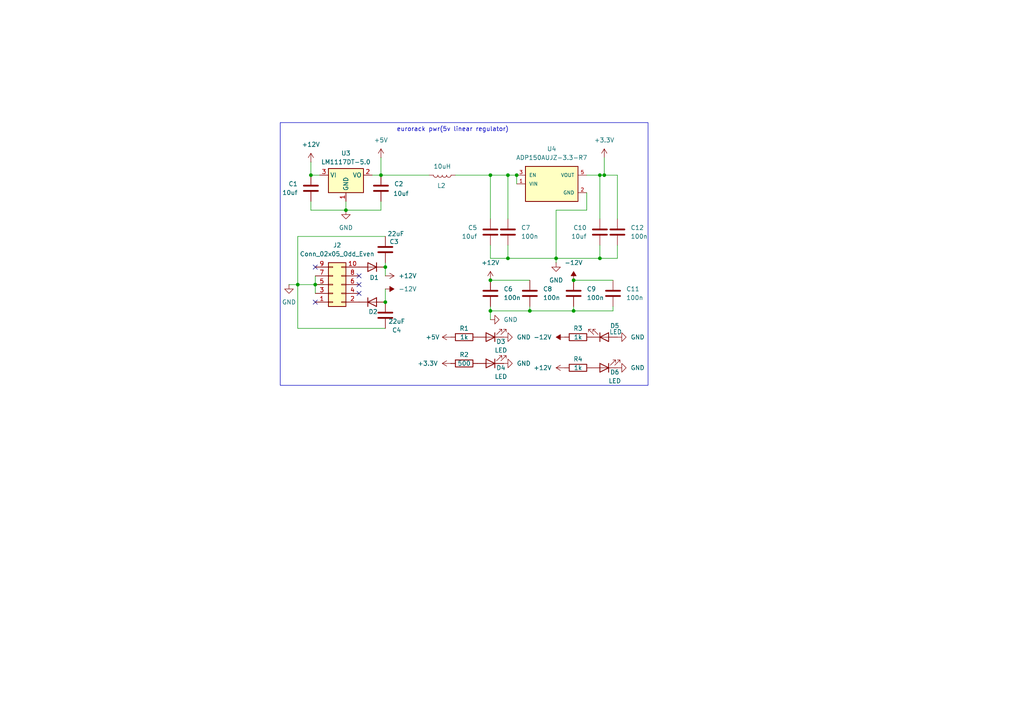
<source format=kicad_sch>
(kicad_sch (version 20231120) (generator "eeschema") (generator_version "8.0")
  (paper "A4")
  (lib_symbols
    (symbol "Library:+12V" (power) (pin_numbers hide) (pin_names (offset 0) hide)
      (property "Value" "+12V" (at 0 3.556 0))
      (symbol "+12V_0_1"
        (polyline (pts (xy -0.762 1.27) (xy 0 2.54)))
        (polyline (pts (xy 0 0) (xy 0 2.54)))
        (polyline (pts (xy 0 2.54) (xy 0.762 1.27)))
      )
      (symbol "+12V_1_1"
        (pin power_in line (at 0 0 90) (length 0) (name "~") (number "1"))
      )
    )
    (symbol "Library:+3.3V" (power) (pin_numbers hide) (pin_names (offset 0) hide)
      (property "Value" "+3.3V" (at 0 3.556 0))
      (symbol "+3.3V_0_1"
        (polyline (pts (xy -0.762 1.27) (xy 0 2.54)))
        (polyline (pts (xy 0 0) (xy 0 2.54)))
        (polyline (pts (xy 0 2.54) (xy 0.762 1.27)))
      )
      (symbol "+3.3V_1_1"
        (pin power_in line (at 0 0 90) (length 0) (name "~") (number "1"))
      )
    )
    (symbol "Library:+5V" (power) (pin_numbers hide) (pin_names (offset 0) hide)
      (property "Value" "+5V" (at 0 3.556 0))
      (symbol "+5V_0_1"
        (polyline (pts (xy -0.762 1.27) (xy 0 2.54)))
        (polyline (pts (xy 0 0) (xy 0 2.54)))
        (polyline (pts (xy 0 2.54) (xy 0.762 1.27)))
      )
      (symbol "+5V_1_1"
        (pin power_in line (at 0 0 90) (length 0) (name "~") (number "1"))
      )
    )
    (symbol "Library:-12V" (power) (pin_numbers hide) (pin_names (offset 0) hide)
      (property "Value" "-12V" (at 0 3.556 0))
      (symbol "-12V_0_0"
        (pin power_in line (at 0 0 90) (length 0) (name "~") (number "1"))
      )
      (symbol "-12V_0_1"
        (polyline (pts (xy 0 0) (xy 0 1.27) (xy 0.762 1.27) (xy 0 2.54) (xy -0.762 1.27) (xy 0 1.27)) (fill (type outline)))
      )
    )
    (symbol "Library:ADP150AUJZ-2.0-R7" (pin_names (offset 1.016))
      (property "Reference" "U" (at -7.6256 5.5921 0))
      (property "Value" "ADP150AUJZ-2.0-R7" (at -7.6217 -7.6217 0))
      (symbol "ADP150AUJZ-2.0-R7_0_0"
        (rectangle (start -7.62 -5.08) (end 7.62 5.08) (stroke (width 0.254)) (fill (type background)))
        (pin input line (at -10.16 0 0) (length 2.54) (name "VIN") (number "1"))
        (pin power_in line (at 10.16 -2.54 180) (length 2.54) (name "GND") (number "2"))
        (pin input line (at -10.16 2.54 0) (length 2.54) (name "EN") (number "3"))
        (pin output line (at 10.16 2.54 180) (length 2.54) (name "VOUT") (number "5"))
      )
    )
    (symbol "Library:C" (pin_numbers hide) (pin_names (offset 0.254))
      (property "Reference" "C" (at 0.635 2.54 0))
      (property "Value" "C" (at 0.635 -2.54 0))
      (symbol "C_0_1"
        (polyline (pts (xy -2.032 -0.762) (xy 2.032 -0.762)) (stroke (width 0.508)))
        (polyline (pts (xy -2.032 0.762) (xy 2.032 0.762)) (stroke (width 0.508)))
      )
      (symbol "C_1_1"
        (pin passive line (at 0 3.81 270) (length 2.794) (name "~") (number "1"))
        (pin passive line (at 0 -3.81 90) (length 2.794) (name "~") (number "2"))
      )
    )
    (symbol "Library:Conn_02x05_Odd_Even" (pin_names (offset 1.016) hide)
      (property "Reference" "J" (at 1.27 7.62 0))
      (property "Value" "Conn_02x05_Odd_Even" (at 1.27 -7.62 0))
      (symbol "Conn_02x05_Odd_Even_1_1"
        (rectangle (start -1.27 -4.953) (end 0 -5.207) (stroke (width 0.1524)))
        (rectangle (start -1.27 -2.413) (end 0 -2.667) (stroke (width 0.1524)))
        (rectangle (start -1.27 0.127) (end 0 -0.127) (stroke (width 0.1524)))
        (rectangle (start -1.27 2.667) (end 0 2.413) (stroke (width 0.1524)))
        (rectangle (start -1.27 5.207) (end 0 4.953) (stroke (width 0.1524)))
        (rectangle (start -1.27 6.35) (end 3.81 -6.35) (stroke (width 0.254)) (fill (type background)))
        (rectangle (start 3.81 -4.953) (end 2.54 -5.207) (stroke (width 0.1524)))
        (rectangle (start 3.81 -2.413) (end 2.54 -2.667) (stroke (width 0.1524)))
        (rectangle (start 3.81 0.127) (end 2.54 -0.127) (stroke (width 0.1524)))
        (rectangle (start 3.81 2.667) (end 2.54 2.413) (stroke (width 0.1524)))
        (rectangle (start 3.81 5.207) (end 2.54 4.953) (stroke (width 0.1524)))
        (pin passive line (at -5.08 5.08 0) (length 3.81) (name "Pin_1") (number "1"))
        (pin passive line (at 7.62 -5.08 180) (length 3.81) (name "Pin_10") (number "10"))
        (pin passive line (at 7.62 5.08 180) (length 3.81) (name "Pin_2") (number "2"))
        (pin passive line (at -5.08 2.54 0) (length 3.81) (name "Pin_3") (number "3"))
        (pin passive line (at 7.62 2.54 180) (length 3.81) (name "Pin_4") (number "4"))
        (pin passive line (at -5.08 0 0) (length 3.81) (name "Pin_5") (number "5"))
        (pin passive line (at 7.62 0 180) (length 3.81) (name "Pin_6") (number "6"))
        (pin passive line (at -5.08 -2.54 0) (length 3.81) (name "Pin_7") (number "7"))
        (pin passive line (at 7.62 -2.54 180) (length 3.81) (name "Pin_8") (number "8"))
        (pin passive line (at -5.08 -5.08 0) (length 3.81) (name "Pin_9") (number "9"))
      )
    )
    (symbol "Library:D" (pin_numbers hide) (pin_names (offset 1.016) hide)
      (property "Reference" "D" (at 0 2.54 0))
      (property "Value" "D" (at 0 -2.54 0))
      (symbol "D_0_1"
        (polyline (pts (xy -1.27 1.27) (xy -1.27 -1.27)) (stroke (width 0.254)))
        (polyline (pts (xy 1.27 0) (xy -1.27 0)))
        (polyline (pts (xy 1.27 1.27) (xy 1.27 -1.27) (xy -1.27 0) (xy 1.27 1.27)) (stroke (width 0.254)))
      )
      (symbol "D_1_1"
        (pin passive line (at -3.81 0 0) (length 2.54) (name "K") (number "1"))
        (pin passive line (at 3.81 0 180) (length 2.54) (name "A") (number "2"))
      )
    )
    (symbol "Library:GND" (power) (pin_numbers hide) (pin_names (offset 0) hide)
      (property "Value" "GND" (at 0 -3.81 0))
      (symbol "GND_0_1"
        (polyline (pts (xy 0 0) (xy 0 -1.27) (xy 1.27 -1.27) (xy 0 -2.54) (xy -1.27 -1.27) (xy 0 -1.27)))
      )
      (symbol "GND_1_1"
        (pin power_in line (at 0 0 270) (length 0) (name "~") (number "1"))
      )
    )
    (symbol "Library:L" (pin_numbers hide) (pin_names (offset 1.016) hide)
      (property "Reference" "L" (at -1.27 0 90))
      (property "Value" "L" (at 1.905 0 90))
      (symbol "L_0_1"
        (arc (start 0 -2.54) (mid 0.6323 -1.905) (end 0 -1.27))
        (arc (start 0 -1.27) (mid 0.6323 -0.635) (end 0 0))
        (arc (start 0 0) (mid 0.6323 0.635) (end 0 1.27))
        (arc (start 0 1.27) (mid 0.6323 1.905) (end 0 2.54))
      )
      (symbol "L_1_1"
        (pin passive line (at 0 3.81 270) (length 1.27) (name "1") (number "1"))
        (pin passive line (at 0 -3.81 90) (length 1.27) (name "2") (number "2"))
      )
    )
    (symbol "Library:LED" (pin_numbers hide) (pin_names (offset 1.016) hide)
      (property "Reference" "D" (at 0 2.54 0))
      (property "Value" "LED" (at 0 -2.54 0))
      (symbol "LED_0_1"
        (polyline (pts (xy -1.27 -1.27) (xy -1.27 1.27)) (stroke (width 0.254)))
        (polyline (pts (xy -1.27 0) (xy 1.27 0)))
        (polyline (pts (xy 1.27 -1.27) (xy 1.27 1.27) (xy -1.27 0) (xy 1.27 -1.27)) (stroke (width 0.254)))
        (polyline (pts (xy -3.048 -0.762) (xy -4.572 -2.286) (xy -3.81 -2.286) (xy -4.572 -2.286) (xy -4.572 -1.524)))
        (polyline (pts (xy -1.778 -0.762) (xy -3.302 -2.286) (xy -2.54 -2.286) (xy -3.302 -2.286) (xy -3.302 -1.524)))
      )
      (symbol "LED_1_1"
        (pin passive line (at -3.81 0 0) (length 2.54) (name "K") (number "1"))
        (pin passive line (at 3.81 0 180) (length 2.54) (name "A") (number "2"))
      )
    )
    (symbol "Library:LM1117DT-5.0"
      (property "Reference" "U" (at -3.81 3.175 0))
      (property "Value" "LM1117DT-5.0" (at 0 3.175 0))
      (symbol "LM1117DT-5.0_0_1"
        (rectangle (start -5.08 -5.08) (end 5.08 1.905) (stroke (width 0.254)) (fill (type background)))
      )
      (symbol "LM1117DT-5.0_1_1"
        (pin power_in line (at 0 -7.62 90) (length 2.54) (name "GND") (number "1"))
        (pin power_out line (at 7.62 0 180) (length 2.54) (name "VO") (number "2"))
        (pin power_in line (at -7.62 0 0) (length 2.54) (name "VI") (number "3"))
      )
    )
    (symbol "Library:R" (pin_numbers hide) (pin_names (offset 0))
      (property "Reference" "R" (at 2.032 0 90))
      (property "Value" "R" (at 0 0 90))
      (symbol "R_0_1"
        (rectangle (start -1.016 -2.54) (end 1.016 2.54) (stroke (width 0.254)))
      )
      (symbol "R_1_1"
        (pin passive line (at 0 3.81 270) (length 1.27) (name "~") (number "1"))
        (pin passive line (at 0 -3.81 90) (length 1.27) (name "~") (number "2"))
      )
    )
  )
  (junction (at 111.76 87.63))
  (junction (at 166.37 90.17))
  (junction (at 91.44 82.55))
  (junction (at 166.37 81.28))
  (junction (at 147.32 74.93))
  (junction (at 173.99 50.8))
  (junction (at 142.24 81.28))
  (junction (at 153.67 90.17))
  (junction (at 90.17 50.8))
  (junction (at 86.36 82.55))
  (junction (at 175.26 50.8))
  (junction (at 110.49 50.8))
  (junction (at 142.24 50.8))
  (junction (at 173.99 74.93))
  (junction (at 147.32 50.8))
  (junction (at 142.24 90.17))
  (junction (at 100.33 60.96))
  (junction (at 161.29 74.93))
  (junction (at 149.86 50.8))
  (junction (at 111.76 77.47))
  (no_connect (at 91.44 77.47))
  (no_connect (at 104.14 80.01))
  (no_connect (at 104.14 82.55))
  (no_connect (at 91.44 87.63))
  (no_connect (at 104.14 85.09))
  (wire (pts (xy 177.8 88.9) (xy 177.8 90.17)))
  (wire (pts (xy 86.36 82.55) (xy 86.36 95.25)))
  (wire (pts (xy 147.32 50.8) (xy 149.86 50.8)))
  (wire (pts (xy 91.44 80.01) (xy 91.44 82.55)))
  (wire (pts (xy 110.49 45.72) (xy 110.49 50.8)))
  (wire (pts (xy 177.8 90.17) (xy 166.37 90.17)))
  (wire (pts (xy 90.17 58.42) (xy 90.17 60.96)))
  (wire (pts (xy 90.17 50.8) (xy 92.71 50.8)))
  (wire (pts (xy 179.07 71.12) (xy 179.07 74.93)))
  (wire (pts (xy 161.29 60.96) (xy 170.18 60.96)))
  (wire (pts (xy 166.37 90.17) (xy 153.67 90.17)))
  (wire (pts (xy 107.95 50.8) (xy 110.49 50.8)))
  (wire (pts (xy 110.49 50.8) (xy 124.46 50.8)))
  (wire (pts (xy 161.29 76.2) (xy 161.29 74.93)))
  (wire (pts (xy 147.32 71.12) (xy 147.32 74.93)))
  (wire (pts (xy 147.32 63.5) (xy 147.32 50.8)))
  (wire (pts (xy 142.24 74.93) (xy 147.32 74.93)))
  (wire (pts (xy 142.24 71.12) (xy 142.24 74.93)))
  (wire (pts (xy 111.76 87.63) (xy 111.76 83.82)))
  (wire (pts (xy 90.17 60.96) (xy 100.33 60.96)))
  (wire (pts (xy 170.18 60.96) (xy 170.18 55.88)))
  (wire (pts (xy 100.33 60.96) (xy 110.49 60.96)))
  (wire (pts (xy 173.99 71.12) (xy 173.99 74.93)))
  (wire (pts (xy 86.36 68.58) (xy 86.36 82.55)))
  (wire (pts (xy 142.24 50.8) (xy 142.24 63.5)))
  (wire (pts (xy 173.99 50.8) (xy 175.26 50.8)))
  (wire (pts (xy 100.33 58.42) (xy 100.33 60.96)))
  (wire (pts (xy 142.24 88.9) (xy 142.24 90.17)))
  (wire (pts (xy 179.07 50.8) (xy 179.07 63.5)))
  (wire (pts (xy 153.67 88.9) (xy 153.67 90.17)))
  (wire (pts (xy 83.82 82.55) (xy 86.36 82.55)))
  (wire (pts (xy 173.99 50.8) (xy 173.99 63.5)))
  (wire (pts (xy 149.86 50.8) (xy 149.86 53.34)))
  (wire (pts (xy 147.32 74.93) (xy 161.29 74.93)))
  (wire (pts (xy 86.36 82.55) (xy 91.44 82.55)))
  (wire (pts (xy 91.44 82.55) (xy 91.44 85.09)))
  (wire (pts (xy 110.49 58.42) (xy 110.49 60.96)))
  (wire (pts (xy 175.26 45.72) (xy 175.26 50.8)))
  (wire (pts (xy 91.44 82.55) (xy 93.98 82.55)))
  (wire (pts (xy 173.99 74.93) (xy 179.07 74.93)))
  (wire (pts (xy 161.29 74.93) (xy 161.29 60.96)))
  (wire (pts (xy 170.18 50.8) (xy 173.99 50.8)))
  (wire (pts (xy 166.37 88.9) (xy 166.37 90.17)))
  (wire (pts (xy 111.76 80.01) (xy 111.76 77.47)))
  (wire (pts (xy 142.24 50.8) (xy 147.32 50.8)))
  (wire (pts (xy 142.24 90.17) (xy 142.24 92.71)))
  (wire (pts (xy 173.99 74.93) (xy 161.29 74.93)))
  (wire (pts (xy 166.37 81.28) (xy 177.8 81.28)))
  (wire (pts (xy 86.36 68.58) (xy 111.76 68.58)))
  (wire (pts (xy 111.76 77.47) (xy 111.76 76.2)))
  (wire (pts (xy 90.17 46.99) (xy 90.17 50.8)))
  (wire (pts (xy 142.24 81.28) (xy 153.67 81.28)))
  (wire (pts (xy 132.08 50.8) (xy 142.24 50.8)))
  (wire (pts (xy 175.26 50.8) (xy 179.07 50.8)))
  (wire (pts (xy 153.67 90.17) (xy 142.24 90.17)))
  (wire (pts (xy 111.76 95.25) (xy 86.36 95.25)))
  (rectangle (start 81.28 35.56) (end 187.96 111.76))
  (text "eurorack pwr(5v linear regulator)" (at 131.318 37.592 0) (effects (font (size 1.27 1.27))))
  (symbol (lib_id "Library:GND") (at 83.82 82.55 0) (mirror y) (unit 1)
    (property "Reference" "#PWR01" (effects (hide yes)))
    (property "Value" "GND" (at 83.82 87.63 0))
    (property "Description" "Power symbol creates a global label with name \"GND\" , ground" (effects (hide yes)))
  )
  (symbol (lib_id "Library:C") (at 142.24 85.09 0) (unit 1)
    (property "Reference" "C6" (at 146.05 83.8199 0) (effects (justify left)))
    (property "Value" "100n" (at 146.05 86.3599 0) (effects (justify left)))
    (property "Footprint" "Capacitor_SMD:C_0805_2012Metric_Pad1.18x1.45mm_HandSolder" (effects (hide yes)))
    (property "Description" "Unpolarized capacitor" (effects (hide yes)))
  )
  (symbol (lib_id "Library:R") (at 167.64 97.79 90) (unit 1)
    (property "Reference" "R3" (at 167.64 95.25 90))
    (property "Value" "1k" (at 167.64 97.79 90))
    (property "Footprint" "Resistor_SMD:R_0805_2012Metric_Pad1.20x1.40mm_HandSolder" (effects (hide yes)))
    (property "Description" "Resistor" (effects (hide yes)))
  )
  (symbol (lib_id "Library:GND") (at 179.07 106.68 90) (unit 1)
    (property "Reference" "#PWR010" (effects (hide yes)))
    (property "Value" "GND" (at 182.88 106.6799 90) (effects (justify right)))
    (property "Description" "Power symbol creates a global label with name \"GND\" , ground" (effects (hide yes)))
  )
  (symbol (lib_id "Library:+12V") (at 163.83 106.68 90) (unit 1)
    (property "Reference" "#PWR0108" (effects (hide yes)))
    (property "Value" "+12V" (at 160.02 106.6799 90) (effects (justify left)))
    (property "Description" "Power symbol creates a global label with name \"+12V\"" (effects (hide yes)))
  )
  (symbol (lib_id "Library:LED") (at 175.26 97.79 0) (mirror x) (unit 1)
    (property "Reference" "D5" (at 178.308 94.488 0))
    (property "Value" "LED" (at 178.562 96.266 0))
    (property "Footprint" "LED_SMD:LED_0805_2012Metric_Pad1.15x1.40mm_HandSolder" (effects (hide yes)))
    (property "Description" "Light emitting diode" (effects (hide yes)))
  )
  (symbol (lib_id "Library:C") (at 111.76 91.44 0) (unit 1)
    (property "Reference" "C4" (at 115.062 95.758 0))
    (property "Value" "22uF" (at 115.062 93.218 0))
    (property "Footprint" "Capacitor_SMD:C_0805_2012Metric_Pad1.18x1.45mm_HandSolder" (effects (hide yes)))
    (property "Description" "Unpolarized capacitor" (effects (hide yes)))
  )
  (symbol (lib_id "Library:D") (at 107.95 77.47 180) (unit 1)
    (property "Reference" "D1" (at 107.188 80.518 0) (effects (justify right)))
    (property "Value" "D" (effects (hide yes)))
    (property "Footprint" "Diode_THT:D_DO-41_SOD81_P7.62mm_Horizontal" (effects (hide yes)))
    (property "Description" "Diode" (effects (hide yes)))
    (property "Sim.Device" "D" (effects (hide yes)))
    (property "Sim.Pins" "1=K 2=A" (effects (hide yes)))
  )
  (symbol (lib_id "Library:GND") (at 142.24 92.71 90) (unit 1)
    (property "Reference" "#PWR05" (effects (hide yes)))
    (property "Value" "GND" (at 146.05 92.7099 90) (effects (justify right)))
    (property "Description" "Power symbol creates a global label with name \"GND\" , ground" (effects (hide yes)))
  )
  (symbol (lib_id "Library:GND") (at 146.05 97.79 90) (unit 1)
    (property "Reference" "#PWR06" (effects (hide yes)))
    (property "Value" "GND" (at 149.86 97.7899 90) (effects (justify right)))
    (property "Description" "Power symbol creates a global label with name \"GND\" , ground" (effects (hide yes)))
  )
  (symbol (lib_id "Library:Conn_02x05_Odd_Even") (at 96.52 82.55 0) (mirror x) (unit 1)
    (property "Reference" "J2" (at 97.79 71.12 0))
    (property "Value" "Conn_02x05_Odd_Even" (at 97.79 73.66 0))
    (property "Footprint" "Connector_IDC:IDC-Header_2x05_P2.54mm_Vertical" (effects (hide yes)))
    (property "Description" "Generic connector, double row, 02x05, odd/even pin numbering scheme (row 1 odd numbers, row 2 even numbers), script generated (kicad-library-utils/schlib/autogen/connector/)" (effects (hide yes)))
  )
  (symbol (lib_id "Library:C") (at 179.07 67.31 0) (unit 1)
    (property "Reference" "C12" (at 182.88 66.0399 0) (effects (justify left)))
    (property "Value" "100n" (at 182.88 68.5799 0) (effects (justify left)))
    (property "Footprint" "Capacitor_SMD:C_0805_2012Metric_Pad1.18x1.45mm_HandSolder" (effects (hide yes)))
    (property "Description" "Unpolarized capacitor" (effects (hide yes)))
  )
  (symbol (lib_id "Library:L") (at 128.27 50.8 270) (unit 1)
    (property "Reference" "L2" (at 128.016 53.848 90))
    (property "Value" "10uH" (at 128.27 48.26 90))
    (property "Footprint" "Inductor_SMD:L_TDK_NLV25_2.5x2.0mm" (effects (hide yes)))
    (property "Description" "Inductor" (effects (hide yes)))
  )
  (symbol (lib_id "Library:+5V") (at 130.81 97.79 90) (unit 1)
    (property "Reference" "#PWR0109" (effects (hide yes)))
    (property "Value" "+5V" (at 127.5129 97.7899 90) (effects (justify left)))
    (property "Description" "Power symbol creates a global label with name \"+5V\"" (effects (hide yes)))
  )
  (symbol (lib_id "Library:+12V") (at 111.76 80.01 270) (unit 1)
    (property "Reference" "#PWR0101" (effects (hide yes)))
    (property "Value" "+12V" (at 115.57 80.0099 90) (effects (justify left)))
    (property "Description" "Power symbol creates a global label with name \"+12V\"" (effects (hide yes)))
  )
  (symbol (lib_id "Library:LED") (at 142.24 97.79 180) (unit 1)
    (property "Reference" "D3" (at 145.288 99.06 0))
    (property "Value" "LED" (at 145.288 101.6 0))
    (property "Footprint" "LED_SMD:LED_0805_2012Metric_Pad1.15x1.40mm_HandSolder" (effects (hide yes)))
    (property "Description" "Light emitting diode" (effects (hide yes)))
  )
  (symbol (lib_id "Library:C") (at 110.49 54.61 0) (unit 1)
    (property "Reference" "C2" (at 114.3 53.3399 0) (effects (justify left)))
    (property "Value" "10uf" (at 114.046 56.134 0) (effects (justify left)))
    (property "Footprint" "Capacitor_SMD:C_0805_2012Metric_Pad1.18x1.45mm_HandSolder" (effects (hide yes)))
    (property "Description" "Unpolarized capacitor" (effects (hide yes)))
  )
  (symbol (lib_id "Library:C") (at 147.32 67.31 0) (unit 1)
    (property "Reference" "C7" (at 151.13 66.0399 0) (effects (justify left)))
    (property "Value" "100n" (at 151.13 68.5799 0) (effects (justify left)))
    (property "Footprint" "Capacitor_SMD:C_0805_2012Metric_Pad1.18x1.45mm_HandSolder" (effects (hide yes)))
    (property "Description" "Unpolarized capacitor" (effects (hide yes)))
  )
  (symbol (lib_id "Library:R") (at 167.64 106.68 90) (unit 1)
    (property "Reference" "R4" (at 167.64 104.14 90))
    (property "Value" "1k" (at 167.64 106.68 90))
    (property "Footprint" "Resistor_SMD:R_0805_2012Metric_Pad1.20x1.40mm_HandSolder" (effects (hide yes)))
    (property "Description" "Resistor" (effects (hide yes)))
  )
  (symbol (lib_id "Library:GND") (at 146.05 105.41 90) (unit 1)
    (property "Reference" "#PWR07" (effects (hide yes)))
    (property "Value" "GND" (at 149.86 105.4099 90) (effects (justify right)))
    (property "Description" "Power symbol creates a global label with name \"GND\" , ground" (effects (hide yes)))
  )
  (symbol (lib_id "Library:D") (at 107.95 87.63 0) (unit 1)
    (property "Reference" "D2" (at 108.204 90.424 0))
    (property "Value" "D" (effects (hide yes)))
    (property "Footprint" "Diode_THT:D_DO-41_SOD81_P7.62mm_Horizontal" (effects (hide yes)))
    (property "Description" "Diode" (effects (hide yes)))
    (property "Sim.Device" "D" (effects (hide yes)))
    (property "Sim.Pins" "1=K 2=A" (effects (hide yes)))
  )
  (symbol (lib_id "Library:C") (at 153.67 85.09 0) (unit 1)
    (property "Reference" "C8" (at 157.48 83.8199 0) (effects (justify left)))
    (property "Value" "100n" (at 157.48 86.3599 0) (effects (justify left)))
    (property "Footprint" "Capacitor_SMD:C_0805_2012Metric_Pad1.18x1.45mm_HandSolder" (effects (hide yes)))
    (property "Description" "Unpolarized capacitor" (effects (hide yes)))
  )
  (symbol (lib_id "Library:C") (at 90.17 54.61 0) (mirror y) (unit 1)
    (property "Reference" "C1" (at 86.36 53.3399 0) (effects (justify left)))
    (property "Value" "10uf" (at 86.36 55.8799 0) (effects (justify left)))
    (property "Footprint" "Capacitor_SMD:C_0805_2012Metric_Pad1.18x1.45mm_HandSolder" (effects (hide yes)))
    (property "Description" "Unpolarized capacitor" (effects (hide yes)))
  )
  (symbol (lib_id "Library:+12V") (at 142.24 81.28 0) (unit 1)
    (property "Reference" "#PWR0106" (effects (hide yes)))
    (property "Value" "+12V" (at 142.24 76.2 0))
    (property "Description" "Power symbol creates a global label with name \"+12V\"" (effects (hide yes)))
  )
  (symbol (lib_id "Library:C") (at 111.76 72.39 0) (unit 1)
    (property "Reference" "C3" (at 114.3 70.104 0))
    (property "Value" "22uF" (at 114.808 67.818 0))
    (property "Footprint" "Capacitor_SMD:C_0805_2012Metric_Pad1.18x1.45mm_HandSolder" (effects (hide yes)))
    (property "Description" "Unpolarized capacitor" (effects (hide yes)))
  )
  (symbol (lib_id "Library:+3.3V") (at 130.81 105.41 90) (unit 1)
    (property "Reference" "#PWR0110" (effects (hide yes)))
    (property "Value" "+3.3V" (at 127 105.4099 90) (effects (justify left)))
    (property "Description" "Power symbol creates a global label with name \"+3.3V\"" (effects (hide yes)))
  )
  (symbol (lib_id "Library:-12V") (at 166.37 81.28 0) (unit 1)
    (property "Reference" "#PWR0105" (effects (hide yes)))
    (property "Value" "-12V" (at 166.37 76.2 0))
    (property "Description" "Power symbol creates a global label with name \"-12V\"" (effects (hide yes)))
  )
  (symbol (lib_id "Library:LED") (at 175.26 106.68 180) (unit 1)
    (property "Reference" "D6" (at 178.308 107.95 0))
    (property "Value" "LED" (at 178.308 110.49 0))
    (property "Footprint" "LED_SMD:LED_0805_2012Metric_Pad1.15x1.40mm_HandSolder" (effects (hide yes)))
    (property "Description" "Light emitting diode" (effects (hide yes)))
  )
  (symbol (lib_id "Library:GND") (at 100.33 60.96 0) (unit 1)
    (property "Reference" "#PWR03" (effects (hide yes)))
    (property "Value" "GND" (at 100.33 66.04 0))
    (property "Description" "Power symbol creates a global label with name \"GND\" , ground" (effects (hide yes)))
  )
  (symbol (lib_id "Library:R") (at 134.62 105.41 90) (unit 1)
    (property "Reference" "R2" (at 134.62 102.87 90))
    (property "Value" "500" (at 134.62 105.41 90))
    (property "Footprint" "Resistor_SMD:R_0805_2012Metric_Pad1.20x1.40mm_HandSolder" (effects (hide yes)))
    (property "Description" "Resistor" (effects (hide yes)))
  )
  (symbol (lib_id "Library:C") (at 166.37 85.09 0) (unit 1)
    (property "Reference" "C9" (at 170.18 83.8199 0) (effects (justify left)))
    (property "Value" "100n" (at 170.18 86.3599 0) (effects (justify left)))
    (property "Footprint" "Capacitor_SMD:C_0805_2012Metric_Pad1.18x1.45mm_HandSolder" (effects (hide yes)))
    (property "Description" "Unpolarized capacitor" (effects (hide yes)))
  )
  (symbol (lib_id "Library:+3.3V") (at 175.26 45.72 0) (unit 1)
    (property "Reference" "#PWR0104" (effects (hide yes)))
    (property "Value" "+3.3V" (at 175.26 40.64 0))
    (property "Description" "Power symbol creates a global label with name \"+3.3V\"" (effects (hide yes)))
  )
  (symbol (lib_id "Library:C") (at 142.24 67.31 0) (mirror y) (unit 1)
    (property "Reference" "C5" (at 138.43 66.0399 0) (effects (justify left)))
    (property "Value" "10uf" (at 138.43 68.5799 0) (effects (justify left)))
    (property "Footprint" "Capacitor_SMD:C_0805_2012Metric_Pad1.18x1.45mm_HandSolder" (effects (hide yes)))
    (property "Description" "Unpolarized capacitor" (effects (hide yes)))
  )
  (symbol (lib_id "Library:+5V") (at 110.49 45.72 0) (unit 1)
    (property "Reference" "#PWR0103" (effects (hide yes)))
    (property "Value" "+5V" (at 110.49 40.64 0))
    (property "Description" "Power symbol creates a global label with name \"+5V\"" (effects (hide yes)))
  )
  (symbol (lib_id "Library:LED") (at 142.24 105.41 180) (unit 1)
    (property "Reference" "D4" (at 145.288 106.68 0))
    (property "Value" "LED" (at 145.288 109.22 0))
    (property "Footprint" "LED_SMD:LED_0805_2012Metric_Pad1.15x1.40mm_HandSolder" (effects (hide yes)))
    (property "Description" "Light emitting diode" (effects (hide yes)))
  )
  (symbol (lib_id "Library:GND") (at 161.29 76.2 0) (unit 1)
    (property "Reference" "#PWR08" (effects (hide yes)))
    (property "Value" "GND" (at 161.29 81.28 0))
    (property "Description" "Power symbol creates a global label with name \"GND\" , ground" (effects (hide yes)))
  )
  (symbol (lib_id "Library:GND") (at 179.07 97.79 90) (unit 1)
    (property "Reference" "#PWR09" (effects (hide yes)))
    (property "Value" "GND" (at 182.88 97.7899 90) (effects (justify right)))
    (property "Description" "Power symbol creates a global label with name \"GND\" , ground" (effects (hide yes)))
  )
  (symbol (lib_id "Library:C") (at 177.8 85.09 0) (unit 1)
    (property "Reference" "C11" (at 181.61 83.8199 0) (effects (justify left)))
    (property "Value" "100n" (at 181.61 86.3599 0) (effects (justify left)))
    (property "Footprint" "Capacitor_SMD:C_0805_2012Metric_Pad1.18x1.45mm_HandSolder" (effects (hide yes)))
    (property "Description" "Unpolarized capacitor" (effects (hide yes)))
  )
  (symbol (lib_id "Library:+12V") (at 90.17 46.99 0) (unit 1)
    (property "Reference" "#PWR0102" (effects (hide yes)))
    (property "Value" "+12V" (at 90.17 41.91 0))
    (property "Description" "Power symbol creates a global label with name \"+12V\"" (effects (hide yes)))
  )
  (symbol (lib_id "Library:LM1117DT-5.0") (at 100.33 50.8 0) (unit 1)
    (property "Reference" "U3" (at 100.33 44.45 0))
    (property "Value" "LM1117DT-5.0" (at 100.33 46.99 0))
    (property "Footprint" "Package_TO_SOT_SMD:TO-252-3_TabPin2" (effects (hide yes)))
    (property "Datasheet" "http://www.ti.com/lit/ds/symlink/lm1117.pdf" (effects (hide yes)))
    (property "Description" "800mA Low-Dropout Linear Regulator, 5.0V fixed output, TO-252" (effects (hide yes)))
  )
  (symbol (lib_id "Library:-12V") (at 163.83 97.79 90) (unit 1)
    (property "Reference" "#PWR0107" (effects (hide yes)))
    (property "Value" "-12V" (at 160.02 97.7899 90) (effects (justify left)))
    (property "Description" "Power symbol creates a global label with name \"-12V\"" (effects (hide yes)))
  )
  (symbol (lib_id "Library:ADP150AUJZ-2.0-R7") (at 160.02 53.34 0) (unit 1)
    (property "Reference" "U4" (at 160.02 43.18 0))
    (property "Value" "ADP150AUJZ-3.3-R7" (at 160.02 45.72 0))
    (property "Footprint" "ADP150AUJZ-3.3-R7:SOT95P280X100-5N" (effects (hide yes)))
    (property "MF" "Analog Devices" (effects (hide yes)))
    (property "Description_1" "\nUltralow Noise, 150 mA CMOS Linear Regulator\n" (effects (hide yes)))
    (property "Package" "TSOT-5 Analog Devices" (effects (hide yes)))
    (property "Price" "None" (effects (hide yes)))
    (property "Check_prices" "https://www.snapeda.com/parts/ADP150AUJZ-3.3-R7/Analog+Devices/view-part/?ref=eda" (effects (hide yes)))
    (property "STANDARD" "IPC7351B" (effects (hide yes)))
    (property "SnapEDA_Link" "https://www.snapeda.com/parts/ADP150AUJZ-3.3-R7/Analog+Devices/view-part/?ref=snap" (effects (hide yes)))
    (property "MP" "ADP150AUJZ-3.3-R7" (effects (hide yes)))
    (property "Purchase-URL" "https://www.snapeda.com/api/url_track_click_mouser/?unipart_id=1225884&manufacturer=Analog Devices&part_name=ADP150AUJZ-3.3-R7&search_term=None" (effects (hide yes)))
    (property "Availability" "In Stock" (effects (hide yes)))
    (property "MANUFACTURER" "Analog Devices" (effects (hide yes)))
  )
  (symbol (lib_id "Library:-12V") (at 111.76 83.82 270) (unit 1)
    (property "Reference" "#PWR02" (effects (hide yes)))
    (property "Value" "-12V" (at 115.57 83.8199 90) (effects (justify left)))
    (property "Description" "Power symbol creates a global label with name \"-12V\"" (effects (hide yes)))
  )
  (symbol (lib_id "Library:R") (at 134.62 97.79 90) (unit 1)
    (property "Reference" "R1" (at 134.62 95.25 90))
    (property "Value" "1k" (at 134.62 97.79 90))
    (property "Footprint" "Resistor_SMD:R_0805_2012Metric_Pad1.20x1.40mm_HandSolder" (effects (hide yes)))
    (property "Description" "Resistor" (effects (hide yes)))
  )
  (symbol (lib_id "Library:C") (at 173.99 67.31 0) (mirror y) (unit 1)
    (property "Reference" "C10" (at 170.18 66.0399 0) (effects (justify left)))
    (property "Value" "10uf" (at 170.18 68.5799 0) (effects (justify left)))
    (property "Footprint" "Capacitor_SMD:C_0805_2012Metric_Pad1.18x1.45mm_HandSolder" (effects (hide yes)))
    (property "Description" "Unpolarized capacitor" (effects (hide yes)))
  )
)
</source>
